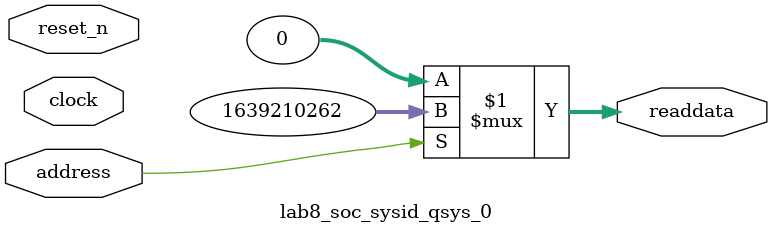
<source format=v>



// synthesis translate_off
`timescale 1ns / 1ps
// synthesis translate_on

// turn off superfluous verilog processor warnings 
// altera message_level Level1 
// altera message_off 10034 10035 10036 10037 10230 10240 10030 

module lab8_soc_sysid_qsys_0 (
               // inputs:
                address,
                clock,
                reset_n,

               // outputs:
                readdata
             )
;

  output  [ 31: 0] readdata;
  input            address;
  input            clock;
  input            reset_n;

  wire    [ 31: 0] readdata;
  //control_slave, which is an e_avalon_slave
  assign readdata = address ? 1639210262 : 0;

endmodule



</source>
